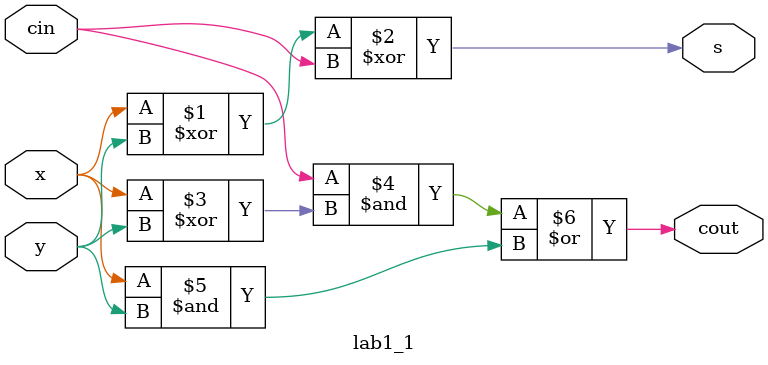
<source format=v>
`timescale 1ns / 1ps

module lab1_1 (input x,
           input y,
           input cin,
           output cout,
           output s
           );

assign s = x^y^cin;
assign cout =  (cin&(x^y)) | (x&y);

endmodule

</source>
